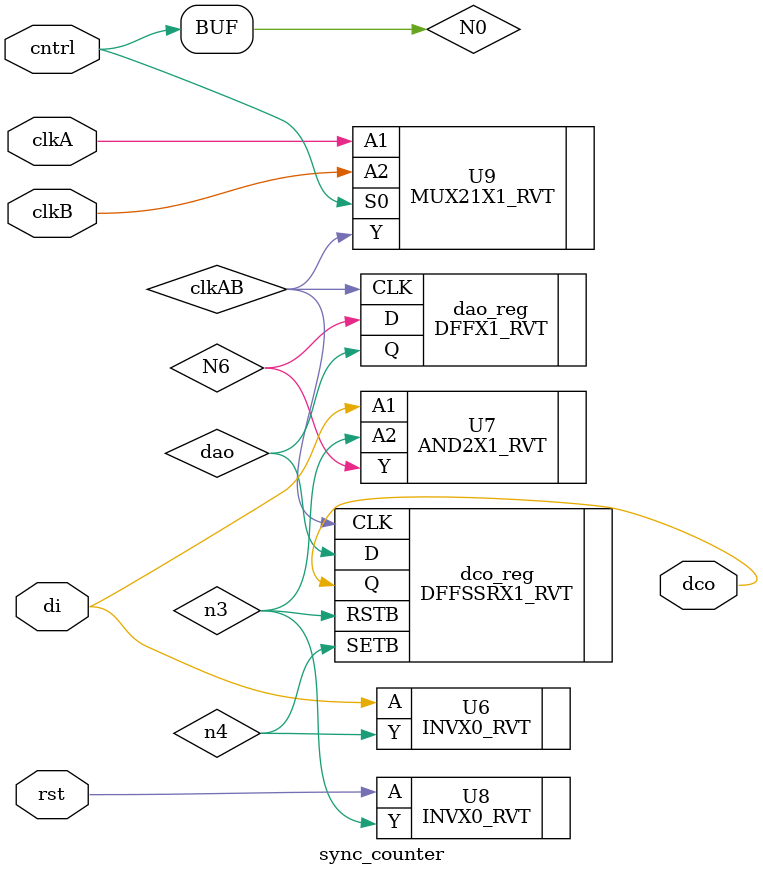
<source format=v>


module sync_counter ( clkA, clkB, rst, cntrl, di, dco );
  input clkA, clkB, rst, cntrl, di;
  output dco;
  wire   N0, clkAB, dao, N6, n3, n4;
  assign N0 = cntrl;

  DFFX1_RVT dao_reg ( .D(N6), .CLK(clkAB), .Q(dao) );
  DFFSSRX1_RVT dco_reg ( .D(dao), .SETB(n4), .RSTB(n3), .CLK(clkAB), .Q(dco)
         );
  INVX0_RVT U6 ( .A(di), .Y(n4) );
  AND2X1_RVT U7 ( .A1(di), .A2(n3), .Y(N6) );
  INVX0_RVT U8 ( .A(rst), .Y(n3) );
  MUX21X1_RVT U9 ( .A1(clkA), .A2(clkB), .S0(N0), .Y(clkAB) );
endmodule


</source>
